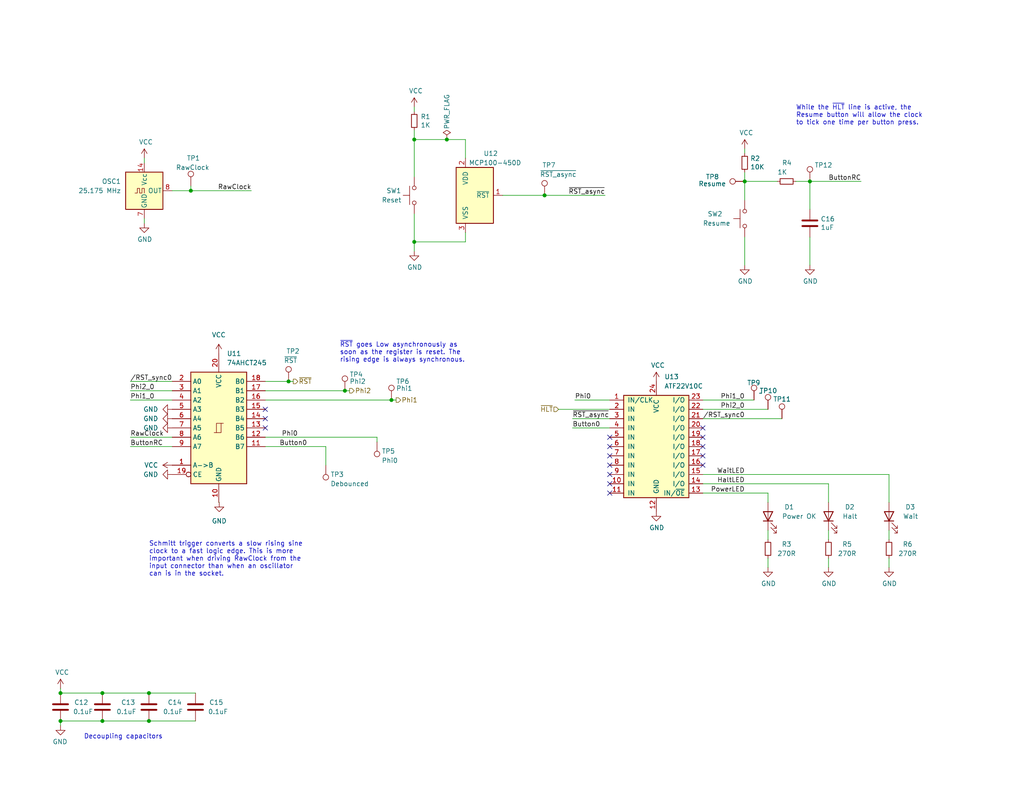
<source format=kicad_sch>
(kicad_sch (version 20250114) (generator "eeschema") (generator_version "9.0")
  (paper "USLetter")
  (title_block (title "Turtle16: Clock") (date "2023-11-27") (rev "A"))
  (lib_symbols
    (symbol "Connector:TestPoint" (pin_numbers (hide yes)) (pin_names (offset 0.762) (hide yes))
      (property "Reference" "TP" (at 0 6.858 0))
      (property "Value" "TestPoint" (at 0 5.08 0))
      (symbol "TestPoint_0_1"
        (circle (center 0 3.302) (radius 0.762))
      )
      (symbol "TestPoint_1_1"
        (pin passive line (at 0 0 90) (length 2.54) (name "1") (number "1"))
      )
    )
    (symbol "Device:C" (pin_numbers (hide yes)) (pin_names (offset 0.254))
      (property "Reference" "C" (at 0.635 2.54 0))
      (property "Value" "C" (at 0.635 -2.54 0))
      (symbol "C_0_1"
        (polyline (pts (xy -2.032 0.762) (xy 2.032 0.762)) (stroke (width 0.508)))
        (polyline (pts (xy -2.032 -0.762) (xy 2.032 -0.762)) (stroke (width 0.508)))
      )
      (symbol "C_1_1"
        (pin passive line (at 0 3.81 270) (length 2.794) (name "~") (number "1"))
        (pin passive line (at 0 -3.81 90) (length 2.794) (name "~") (number "2"))
      )
    )
    (symbol "Device:LED" (pin_numbers (hide yes)) (pin_names (offset 1.016) (hide yes))
      (property "Reference" "D" (at 0 2.54 0))
      (property "Value" "LED" (at 0 -2.54 0))
      (symbol "LED_0_1"
        (polyline (pts (xy -3.048 -0.762) (xy -4.572 -2.286) (xy -3.81 -2.286) (xy -4.572 -2.286) (xy -4.572 -1.524)))
        (polyline (pts (xy -1.778 -0.762) (xy -3.302 -2.286) (xy -2.54 -2.286) (xy -3.302 -2.286) (xy -3.302 -1.524)))
        (polyline (pts (xy -1.27 0) (xy 1.27 0)))
        (polyline (pts (xy -1.27 -1.27) (xy -1.27 1.27)) (stroke (width 0.254)))
        (polyline (pts (xy 1.27 -1.27) (xy 1.27 1.27) (xy -1.27 0) (xy 1.27 -1.27)) (stroke (width 0.254)))
      )
      (symbol "LED_1_1"
        (pin passive line (at -3.81 0 0) (length 2.54) (name "K") (number "1"))
        (pin passive line (at 3.81 0 180) (length 2.54) (name "A") (number "2"))
      )
    )
    (symbol "Device:R_Small" (pin_numbers (hide yes)) (pin_names (offset 0.254) (hide yes))
      (property "Reference" "R" (at 0.762 0.508 0))
      (property "Value" "R_Small" (at 0.762 -1.016 0))
      (symbol "R_Small_0_1"
        (rectangle (start -0.762 1.778) (end 0.762 -1.778) (stroke (width 0.2032)))
      )
      (symbol "R_Small_1_1"
        (pin passive line (at 0 2.54 270) (length 0.762) (name "~") (number "1"))
        (pin passive line (at 0 -2.54 90) (length 0.762) (name "~") (number "2"))
      )
    )
    (symbol "Oscillator:ACO-xxxMHz" (pin_names (offset 0.254))
      (property "Reference" "X" (at -5.08 6.35 0))
      (property "Value" "ACO-xxxMHz" (at 1.27 -6.35 0))
      (symbol "ACO-xxxMHz_0_1"
        (rectangle (start -5.08 5.08) (end 5.08 -5.08) (stroke (width 0.254)) (fill (type background)))
        (polyline (pts (xy -2.54 -0.635) (xy -1.905 -0.635) (xy -1.905 0.635) (xy -1.27 0.635) (xy -1.27 -0.635) (xy -0.635 -0.635) (xy -0.635 0.635) (xy 0 0.635) (xy 0 -0.635)))
      )
      (symbol "ACO-xxxMHz_1_1"
        (pin no_connect line (at -5.08 2.54 0) (length 2.54) (hide yes) (name "NC") (number "1"))
        (pin power_in line (at 0 7.62 270) (length 2.54) (name "Vcc") (number "14"))
        (pin power_in line (at 0 -7.62 90) (length 2.54) (name "GND") (number "7"))
        (pin output line (at 7.62 0 180) (length 2.54) (name "OUT") (number "8"))
      )
    )
    (symbol "Power_Supervisor:MCP100-450D" (pin_names (offset 1.016))
      (property "Reference" "U" (at 0 8.89 0))
      (property "Value" "MCP100-450D" (at -1.27 -8.89 0))
      (symbol "MCP100-450D_1_1"
        (rectangle (start -5.08 7.62) (end 5.08 -7.62) (stroke (width 0.254)) (fill (type background)))
        (pin power_in line (at -2.54 10.16 270) (length 2.54) (name "VDD") (number "2"))
        (pin power_in line (at -2.54 -10.16 90) (length 2.54) (name "VSS") (number "3"))
        (pin output line (at 7.62 0 180) (length 2.54) (name "~{RST}") (number "1"))
      )
    )
    (symbol "Switch:SW_Push" (pin_numbers (hide yes)) (pin_names (offset 1.016) (hide yes))
      (property "Reference" "SW" (at 1.27 2.54 0))
      (property "Value" "SW_Push" (at 0 -1.524 0))
      (symbol "SW_Push_0_1"
        (circle (center -2.032 0) (radius 0.508))
        (polyline (pts (xy 0 1.27) (xy 0 3.048)))
        (circle (center 2.032 0) (radius 0.508))
        (polyline (pts (xy 2.54 1.27) (xy -2.54 1.27)))
        (pin passive line (at -5.08 0 0) (length 2.54) (name "1") (number "1"))
        (pin passive line (at 5.08 0 180) (length 2.54) (name "2") (number "2"))
      )
    )
    (symbol "Turtle16:74AHCT245"
      (property "Reference" "U" (at 0 2.54 0))
      (property "Value" "74AHCT245" (at 0 2.54 0))
      (symbol "74AHCT245_1_0"
        (polyline (pts (xy -1.27 -1.27) (xy 0.635 -1.27) (xy 0.635 1.27) (xy 1.27 1.27)))
        (polyline (pts (xy -0.635 -1.27) (xy -0.635 1.27) (xy 0.635 1.27)))
        (pin tri_state line (at -12.7 12.7 0) (length 5.08) (name "A0") (number "2"))
        (pin tri_state line (at -12.7 10.16 0) (length 5.08) (name "A1") (number "3"))
        (pin tri_state line (at -12.7 7.62 0) (length 5.08) (name "A2") (number "4"))
        (pin tri_state line (at -12.7 5.08 0) (length 5.08) (name "A3") (number "5"))
        (pin tri_state line (at -12.7 2.54 0) (length 5.08) (name "A4") (number "6"))
        (pin tri_state line (at -12.7 0 0) (length 5.08) (name "A5") (number "7"))
        (pin tri_state line (at -12.7 -2.54 0) (length 5.08) (name "A6") (number "8"))
        (pin tri_state line (at -12.7 -5.08 0) (length 5.08) (name "A7") (number "9"))
        (pin input line (at -12.7 -10.16 0) (length 5.08) (name "A->B") (number "1"))
        (pin input inverted (at -12.7 -12.7 0) (length 5.08) (name "CE") (number "19"))
        (pin power_in line (at 0 20.32 270) (length 5.08) (name "VCC") (number "20"))
        (pin power_in line (at 0 -20.32 90) (length 5.08) (name "GND") (number "10"))
        (pin tri_state line (at 12.7 12.7 180) (length 5.08) (name "B0") (number "18"))
        (pin tri_state line (at 12.7 10.16 180) (length 5.08) (name "B1") (number "17"))
        (pin tri_state line (at 12.7 7.62 180) (length 5.08) (name "B2") (number "16"))
        (pin tri_state line (at 12.7 5.08 180) (length 5.08) (name "B3") (number "15"))
        (pin tri_state line (at 12.7 2.54 180) (length 5.08) (name "B4") (number "14"))
        (pin tri_state line (at 12.7 0 180) (length 5.08) (name "B5") (number "13"))
        (pin tri_state line (at 12.7 -2.54 180) (length 5.08) (name "B6") (number "12"))
        (pin tri_state line (at 12.7 -5.08 180) (length 5.08) (name "B7") (number "11"))
      )
      (symbol "74AHCT245_1_1"
        (rectangle (start -7.62 15.24) (end 7.62 -15.24) (stroke (width 0.254)) (fill (type background)))
      )
    )
    (symbol "Turtle16:ATF22V10C" (pin_names (offset 1.016))
      (symbol "ATF22V10C_1_1"
        (rectangle (start -8.89 -15.24) (end 8.89 12.7) (stroke (width 0.254)) (fill (type background)))
        (pin input line (at -12.7 11.43 0) (length 3.81) (name "IN/CLK") (number "1"))
        (pin input line (at -12.7 8.89 0) (length 3.81) (name "IN") (number "2"))
        (pin input line (at -12.7 6.35 0) (length 3.81) (name "IN") (number "3"))
        (pin input line (at -12.7 3.81 0) (length 3.81) (name "IN") (number "4"))
        (pin input line (at -12.7 1.27 0) (length 3.81) (name "IN") (number "5"))
        (pin input line (at -12.7 -1.27 0) (length 3.81) (name "IN") (number "6"))
        (pin input line (at -12.7 -3.81 0) (length 3.81) (name "IN") (number "7"))
        (pin input line (at -12.7 -6.35 0) (length 3.81) (name "IN") (number "8"))
        (pin input line (at -12.7 -8.89 0) (length 3.81) (name "IN") (number "9"))
        (pin input line (at -12.7 -11.43 0) (length 3.81) (name "IN") (number "10"))
        (pin input line (at -12.7 -13.97 0) (length 3.81) (name "IN") (number "11"))
        (pin power_in line (at 0 16.51 270) (length 3.81) (name "VCC") (number "24"))
        (pin power_in line (at 0 -19.05 90) (length 3.81) (name "GND") (number "12"))
        (pin passive line (at 12.7 11.43 180) (length 3.81) (name "I/O") (number "23"))
        (pin passive line (at 12.7 8.89 180) (length 3.81) (name "I/O") (number "22"))
        (pin passive line (at 12.7 6.35 180) (length 3.81) (name "I/O") (number "21"))
        (pin passive line (at 12.7 3.81 180) (length 3.81) (name "I/O") (number "20"))
        (pin passive line (at 12.7 1.27 180) (length 3.81) (name "I/O") (number "19"))
        (pin passive line (at 12.7 -1.27 180) (length 3.81) (name "I/O") (number "18"))
        (pin passive line (at 12.7 -3.81 180) (length 3.81) (name "I/O") (number "17"))
        (pin passive line (at 12.7 -6.35 180) (length 3.81) (name "I/O") (number "16"))
        (pin passive line (at 12.7 -8.89 180) (length 3.81) (name "I/O") (number "15"))
        (pin passive line (at 12.7 -11.43 180) (length 3.81) (name "I/O") (number "14"))
        (pin input line (at 12.7 -13.97 180) (length 3.81) (name "IN/~{OE}") (number "13"))
      )
    )
    (symbol "power:GND" (power) (pin_names (offset 0))
      (property "Value" "GND" (at 0 -3.81 0))
      (symbol "GND_0_1"
        (polyline (pts (xy 0 0) (xy 0 -1.27) (xy 1.27 -1.27) (xy 0 -2.54) (xy -1.27 -1.27) (xy 0 -1.27)))
      )
      (symbol "GND_1_1"
        (pin power_in line (at 0 0 270) (length 0) (hide yes) (name "GND") (number "1"))
      )
    )
    (symbol "power:PWR_FLAG" (power) (pin_numbers (hide yes)) (pin_names (offset 0) (hide yes))
      (property "Value" "PWR_FLAG" (at 0 3.81 0))
      (symbol "PWR_FLAG_0_0"
        (pin power_out line (at 0 0 90) (length 0) (name "pwr") (number "1"))
      )
      (symbol "PWR_FLAG_0_1"
        (polyline (pts (xy 0 0) (xy 0 1.27) (xy -1.016 1.905) (xy 0 2.54) (xy 1.016 1.905) (xy 0 1.27)))
      )
    )
    (symbol "power:VCC" (power) (pin_names (offset 0))
      (property "Value" "VCC" (at 0 3.81 0))
      (symbol "VCC_0_1"
        (polyline (pts (xy -0.762 1.27) (xy 0 2.54)))
        (polyline (pts (xy 0 2.54) (xy 0.762 1.27)))
        (polyline (pts (xy 0 0) (xy 0 2.54)))
      )
      (symbol "VCC_1_1"
        (pin power_in line (at 0 0 90) (length 0) (hide yes) (name "VCC") (number "1"))
      )
    )
  )
  (text "~{RST} goes Low asynchronously as\nsoon as the register is reset. The\nrising edge is always synchronous." (at 92.71 99.06 0) (effects (font (size 1.27 1.27)) (justify left bottom)))
  (text "Schmitt trigger converts a slow rising sine\nclock to a fast logic edge. This is more\nimportant when driving RawClock from the\ninput connector than when an oscillator\ncan is in the socket." (at 40.64 157.48 0) (effects (font (size 1.27 1.27)) (justify left bottom)))
  (text "While the ~{HLT} line is active, the\nResume button will allow the clock\nto tick one time per button press." (at 217.17 34.29 0) (effects (font (size 1.27 1.27)) (justify left bottom)))
  (text "Decoupling capacitors" (at 22.86 201.93 0) (effects (font (size 1.27 1.27)) (justify left bottom)))
  (junction (at 148.59 53.34))
  (junction (at 106.807 109.22))
  (junction (at 16.51 189.23))
  (junction (at 121.92 38.1))
  (junction (at 220.98 49.53))
  (junction (at 52.07 52.07))
  (junction (at 203.2 49.53))
  (junction (at 27.94 196.85))
  (junction (at 27.94 189.23))
  (junction (at 40.64 196.85))
  (junction (at 16.51 196.85))
  (junction (at 94.107 106.68))
  (junction (at 78.74 104.14))
  (junction (at 113.03 66.04))
  (junction (at 113.03 38.1))
  (junction (at 40.64 189.23))
  (no_connect (at 166.37 119.38))
  (no_connect (at 166.37 132.08))
  (no_connect (at 166.37 127))
  (no_connect (at 72.39 114.3))
  (no_connect (at 166.37 121.92))
  (no_connect (at 191.77 116.84))
  (no_connect (at 166.37 134.62))
  (no_connect (at 191.77 119.38))
  (no_connect (at 191.77 124.46))
  (no_connect (at 72.39 116.84))
  (no_connect (at 191.77 121.92))
  (no_connect (at 166.37 124.46))
  (no_connect (at 191.77 127))
  (no_connect (at 166.37 129.54))
  (no_connect (at 72.39 111.76))
  (wire (pts (xy 209.55 134.62) (xy 209.55 137.16)))
  (wire (pts (xy 166.37 116.84) (xy 156.21 116.84)))
  (wire (pts (xy 156.21 114.3) (xy 166.37 114.3)))
  (wire (pts (xy 209.55 144.78) (xy 209.55 147.32)))
  (wire (pts (xy 127 63.5) (xy 127 66.04)))
  (wire (pts (xy 242.57 129.54) (xy 242.57 137.16)))
  (wire (pts (xy 106.807 109.22) (xy 108.077 109.22)))
  (wire (pts (xy 166.37 111.76) (xy 152.4 111.76)))
  (wire (pts (xy 46.99 52.07) (xy 52.07 52.07)))
  (wire (pts (xy 121.92 38.1) (xy 127 38.1)))
  (wire (pts (xy 113.03 38.1) (xy 121.92 38.1)))
  (wire (pts (xy 72.39 119.38) (xy 102.87 119.38)))
  (wire (pts (xy 137.16 53.34) (xy 148.59 53.34)))
  (wire (pts (xy 113.03 66.04) (xy 127 66.04)))
  (wire (pts (xy 72.39 109.22) (xy 106.807 109.22)))
  (wire (pts (xy 88.9 127) (xy 88.9 121.92)))
  (wire (pts (xy 209.55 152.4) (xy 209.55 154.94)))
  (wire (pts (xy 203.2 64.77) (xy 203.2 72.39)))
  (wire (pts (xy 102.87 120.65) (xy 102.87 119.38)))
  (wire (pts (xy 217.17 49.53) (xy 220.98 49.53)))
  (wire (pts (xy 220.98 49.53) (xy 234.95 49.53)))
  (wire (pts (xy 127 38.1) (xy 127 43.18)))
  (wire (pts (xy 35.56 109.22) (xy 46.99 109.22)))
  (wire (pts (xy 242.57 152.4) (xy 242.57 154.94)))
  (wire (pts (xy 52.07 52.07) (xy 68.58 52.07)))
  (wire (pts (xy 191.77 132.08) (xy 226.06 132.08)))
  (wire (pts (xy 191.77 114.3) (xy 213.36 114.3)))
  (wire (pts (xy 191.77 109.22) (xy 205.74 109.22)))
  (wire (pts (xy 78.74 104.14) (xy 80.01 104.14)))
  (wire (pts (xy 148.59 53.34) (xy 165.1 53.34)))
  (wire (pts (xy 40.64 189.23) (xy 27.94 189.23)))
  (wire (pts (xy 156.845 109.22) (xy 166.37 109.22)))
  (wire (pts (xy 39.37 59.69) (xy 39.37 60.96)))
  (wire (pts (xy 94.107 106.68) (xy 95.377 106.68)))
  (wire (pts (xy 16.51 196.85) (xy 16.51 198.12)))
  (wire (pts (xy 113.03 58.42) (xy 113.03 66.04)))
  (wire (pts (xy 226.06 152.4) (xy 226.06 154.94)))
  (wire (pts (xy 226.06 132.08) (xy 226.06 137.16)))
  (wire (pts (xy 226.06 144.78) (xy 226.06 147.32)))
  (wire (pts (xy 27.94 189.23) (xy 16.51 189.23)))
  (wire (pts (xy 46.99 119.38) (xy 35.56 119.38)))
  (wire (pts (xy 203.2 46.99) (xy 203.2 49.53)))
  (wire (pts (xy 16.51 189.23) (xy 16.51 187.96)))
  (wire (pts (xy 191.77 134.62) (xy 209.55 134.62)))
  (wire (pts (xy 113.03 35.56) (xy 113.03 38.1)))
  (wire (pts (xy 59.69 137.16) (xy 59.817 137.16)))
  (wire (pts (xy 72.39 121.92) (xy 88.9 121.92)))
  (wire (pts (xy 35.56 104.14) (xy 46.99 104.14)))
  (wire (pts (xy 220.98 64.77) (xy 220.98 72.39)))
  (wire (pts (xy 52.07 50.8) (xy 52.07 52.07)))
  (wire (pts (xy 40.64 189.23) (xy 53.34 189.23)))
  (wire (pts (xy 191.77 129.54) (xy 242.57 129.54)))
  (wire (pts (xy 113.03 38.1) (xy 113.03 48.26)))
  (wire (pts (xy 72.39 104.14) (xy 78.74 104.14)))
  (wire (pts (xy 220.98 57.15) (xy 220.98 49.53)))
  (wire (pts (xy 40.64 196.85) (xy 53.34 196.85)))
  (wire (pts (xy 113.03 66.04) (xy 113.03 68.58)))
  (wire (pts (xy 27.94 196.85) (xy 40.64 196.85)))
  (wire (pts (xy 113.03 29.21) (xy 113.03 30.48)))
  (wire (pts (xy 191.77 111.76) (xy 209.55 111.76)))
  (wire (pts (xy 72.39 106.68) (xy 94.107 106.68)))
  (wire (pts (xy 46.99 121.92) (xy 35.56 121.92)))
  (wire (pts (xy 212.09 49.53) (xy 203.2 49.53)))
  (wire (pts (xy 35.56 106.68) (xy 46.99 106.68)))
  (wire (pts (xy 203.2 49.53) (xy 203.2 54.61)))
  (wire (pts (xy 16.51 196.85) (xy 27.94 196.85)))
  (wire (pts (xy 203.2 40.64) (xy 203.2 41.91)))
  (wire (pts (xy 242.57 144.78) (xy 242.57 147.32)))
  (wire (pts (xy 39.37 43.18) (xy 39.37 44.45)))
  (label "{slash}RST_sync0" (at 35.56 104.14 0))
  (label "Phi1_0" (at 35.56 109.22 0))
  (label "~{RST_async}" (at 156.21 114.3 0))
  (label "Phi2_0" (at 35.56 106.68 0))
  (label "RawClock" (at 35.56 119.38 0))
  (label "~{RST_async}" (at 165.1 53.34 180))
  (label "Button0" (at 83.82 121.92 180))
  (label "WaitLED" (at 203.2 129.54 180))
  (label "{slash}RST_sync0" (at 203.2 114.3 180))
  (label "PowerLED" (at 203.2 134.62 180))
  (label "Button0" (at 156.21 116.84 0))
  (label "Phi0" (at 156.845 109.22 0))
  (label "Phi1_0" (at 203.2 109.22 180))
  (label "Phi2_0" (at 203.2 111.76 180))
  (label "Phi0" (at 81.28 119.38 180))
  (label "ButtonRC" (at 234.95 49.53 180))
  (label "ButtonRC" (at 35.56 121.92 0))
  (label "HaltLED" (at 203.2 132.08 180))
  (label "RawClock" (at 68.58 52.07 180))
  (hierarchical_label "Phi1" (shape output) (at 108.077 109.22 0))
  (hierarchical_label "~{RST}" (shape output) (at 80.01 104.14 0))
  (hierarchical_label "~{HLT}" (shape input) (at 152.4 111.76 180))
  (hierarchical_label "Phi2" (shape output) (at 95.377 106.68 0))
  (symbol (lib_id "power:GND") (at 209.55 154.94 0) (unit 1)
    (property "Reference" "#PWR063" (effects (hide yes)))
    (property "Value" "GND" (at 209.677 159.3342 0))
  )
  (symbol (lib_id "Connector:TestPoint") (at 203.2 49.53 90) (unit 1) (in_bom no)
    (property "Reference" "TP8" (at 196.215 48.26 90) (effects (justify left)))
    (property "Value" "Resume" (at 198.12 50.165 90) (effects (justify left)))
    (property "Footprint" "TestPoint:TestPoint_Pad_D1.0mm" (effects (hide yes)))
  )
  (symbol (lib_id "power:GND") (at 203.2 72.39 0) (unit 1)
    (property "Reference" "#PWR062" (effects (hide yes)))
    (property "Value" "GND" (at 203.327 76.7842 0))
  )
  (symbol (lib_id "Device:C") (at 27.94 193.04 0) (unit 1)
    (property "Reference" "C13" (at 33.02 191.77 0) (effects (justify left)))
    (property "Value" "0.1uF" (at 31.75 194.31 0) (effects (justify left)))
    (property "Footprint" "Capacitor_SMD:C_0603_1608Metric" (effects (hide yes)))
    (property "Datasheet" "https://www.mouser.com/datasheet/2/396/taiyo_yuden_12132018_mlcc11_hq_e-1510082.pdf" (effects (hide yes)))
    (property "Manufacturer" "Taiyo Yuden" (effects (hide yes)))
    (property "Manufacturer#" "EMK107B7104KAHT" (effects (hide yes)))
    (property "Mouser#" "963-EMK107B7104KAHT" (effects (hide yes)))
    (property "Digikey#" "587-6004-1-ND" (effects (hide yes)))
  )
  (symbol (lib_id "Device:LED") (at 242.57 140.97 90) (unit 1)
    (property "Reference" "D3" (at 247.015 138.43 90) (effects (justify right)))
    (property "Value" "Wait" (at 246.38 140.97 90) (effects (justify right)))
    (property "Footprint" "LED_SMD:LED_0805_2012Metric" (effects (hide yes)))
    (property "Datasheet" "https://www.mouser.com/datasheet/2/216/ap2012serieskb-1173158.pdf" (effects (hide yes)))
    (property "Manufacturer" "Kingbright" (effects (hide yes)))
    (property "Manufacturer#" "AP2012ID" (effects (hide yes)))
    (property "Mouser#" "604-AP2012ID" (effects (hide yes)))
    (property "Digikey#" "754-AP2012ECCT-ND" (effects (hide yes)))
  )
  (symbol (lib_id "Oscillator:ACO-xxxMHz") (at 39.37 52.07 0) (unit 1)
    (property "Reference" "OSC1" (at 33.02 49.53 0) (effects (justify right)))
    (property "Value" "25.175 MHz" (at 33.02 52.07 0) (effects (justify right)))
    (property "Footprint" "Oscillator:Oscillator_DIP-14" (effects (hide yes)))
    (property "Datasheet" "https://www.mouser.com/datasheet/2/35/14005-oscillator-socket-1225747.pdf" (effects (hide yes)))
    (property "Manufacturer" "Aries Electronics" (effects (hide yes)))
    (property "Manufacturer#" "1107741" (effects (hide yes)))
    (property "Mouser#" "535-1107741" (effects (hide yes)))
    (property "Digikey#" "A462-ND" (effects (hide yes)))
  )
  (symbol (lib_id "Device:R_Small") (at 242.57 149.86 0) (unit 1)
    (property "Reference" "R6" (at 247.65 148.59 0))
    (property "Value" "270R" (at 247.65 151.13 0))
    (property "Footprint" "Resistor_SMD:R_0603_1608Metric" (effects (hide yes)))
    (property "Datasheet" "https://www.mouser.com/datasheet/2/54/cr-1858361.pdf" (effects (hide yes)))
    (property "Manufacturer" "Bourns" (effects (hide yes)))
    (property "Manufacturer#" "CR0603-FX-2700ELF" (effects (hide yes)))
    (property "Mouser#" "652-CR0603FX-2700ELF" (effects (hide yes)))
    (property "Digikey#" "CR0603-FX-2700ELFCT-ND" (effects (hide yes)))
  )
  (symbol (lib_id "Device:LED") (at 226.06 140.97 90) (unit 1)
    (property "Reference" "D2" (at 230.505 138.43 90) (effects (justify right)))
    (property "Value" "Halt" (at 229.87 140.97 90) (effects (justify right)))
    (property "Footprint" "LED_SMD:LED_0805_2012Metric" (effects (hide yes)))
    (property "Datasheet" "https://www.mouser.com/datasheet/2/216/ap2012serieskb-1173158.pdf" (effects (hide yes)))
    (property "Manufacturer" "Kingbright" (effects (hide yes)))
    (property "Manufacturer#" "AP2012ID" (effects (hide yes)))
    (property "Mouser#" "604-AP2012ID" (effects (hide yes)))
    (property "Digikey#" "754-AP2012ECCT-ND" (effects (hide yes)))
  )
  (symbol (lib_id "Power_Supervisor:MCP100-450D") (at 129.54 53.34 0) (unit 1)
    (property "Reference" "U12" (at 135.89 41.91 0) (effects (justify right)))
    (property "Value" "MCP100-450D" (at 142.24 44.45 0) (effects (justify right)))
    (property "Footprint" "Package_TO_SOT_THT:TO-92" (effects (hide yes)))
    (property "Datasheet" "https://www.mouser.com/datasheet/2/268/11187f-68257.pdf" (effects (hide yes)))
    (property "Manufacturer" "Microchip Technology" (effects (hide yes)))
    (property "Manufacturer#" "MCP100-450DI/TO" (effects (hide yes)))
    (property "Mouser#" "579-MCP100-450DI/TO" (effects (hide yes)))
    (property "Digikey#" "MCP100-450DI/TO-ND" (effects (hide yes)))
  )
  (symbol (lib_id "Connector:TestPoint") (at 205.74 109.22 0) (unit 1) (in_bom no)
    (property "Reference" "TP9" (at 203.835 104.521 0) (effects (justify left)))
    (property "Value" "~" (at 207.01 107.315 0) (effects (justify left)))
    (property "Footprint" "TestPoint:TestPoint_Pad_D1.0mm" (effects (hide yes)))
  )
  (symbol (lib_id "Connector:TestPoint") (at 148.59 53.34 0) (unit 1) (in_bom no)
    (property "Reference" "TP7" (at 147.955 45.085 0) (effects (justify left)))
    (property "Value" "~{RST_async}" (at 147.32 47.625 0) (effects (justify left)))
    (property "Footprint" "TestPoint:TestPoint_Pad_D1.0mm" (effects (hide yes)))
  )
  (symbol (lib_id "Connector:TestPoint") (at 220.98 49.53 0) (unit 1) (in_bom no)
    (property "Reference" "TP12" (at 222.25 45.085 0) (effects (justify left)))
    (property "Value" "TP" (effects (hide yes)))
    (property "Footprint" "TestPoint:TestPoint_Pad_D1.0mm" (effects (hide yes)))
  )
  (symbol (lib_id "Device:LED") (at 209.55 140.97 90) (unit 1)
    (property "Reference" "D1" (at 213.995 138.43 90) (effects (justify right)))
    (property "Value" "Power OK" (at 213.36 140.97 90) (effects (justify right)))
    (property "Footprint" "LED_SMD:LED_0805_2012Metric" (effects (hide yes)))
    (property "Datasheet" "https://www.mouser.com/datasheet/2/216/ap2012serieskb-1173158.pdf" (effects (hide yes)))
    (property "Manufacturer" "Kingbright" (effects (hide yes)))
    (property "Manufacturer#" "AP2012ID" (effects (hide yes)))
    (property "Mouser#" "604-AP2012ID" (effects (hide yes)))
    (property "Digikey#" "754-AP2012ECCT-ND" (effects (hide yes)))
  )
  (symbol (lib_id "Device:C") (at 53.34 193.04 0) (mirror y) (unit 1)
    (property "Reference" "C15" (at 60.96 191.77 0) (effects (justify left)))
    (property "Value" "0.1uF" (at 62.23 194.31 0) (effects (justify left)))
    (property "Footprint" "Capacitor_SMD:C_0603_1608Metric" (effects (hide yes)))
    (property "Datasheet" "https://www.mouser.com/datasheet/2/396/taiyo_yuden_12132018_mlcc11_hq_e-1510082.pdf" (effects (hide yes)))
    (property "Manufacturer" "Taiyo Yuden" (effects (hide yes)))
    (property "Manufacturer#" "EMK107B7104KAHT" (effects (hide yes)))
    (property "Mouser#" "963-EMK107B7104KAHT" (effects (hide yes)))
    (property "Digikey#" "587-6004-1-ND" (effects (hide yes)))
  )
  (symbol (lib_id "power:VCC") (at 59.69 96.52 0) (unit 1)
    (property "Reference" "#PWR055" (effects (hide yes)))
    (property "Value" "VCC" (at 59.69 91.44 0))
  )
  (symbol (lib_id "Device:C") (at 16.51 193.04 0) (mirror y) (unit 1)
    (property "Reference" "C12" (at 24.13 191.77 0) (effects (justify left)))
    (property "Value" "0.1uF" (at 25.4 194.31 0) (effects (justify left)))
    (property "Footprint" "Capacitor_SMD:C_0603_1608Metric" (effects (hide yes)))
    (property "Datasheet" "https://www.mouser.com/datasheet/2/396/taiyo_yuden_12132018_mlcc11_hq_e-1510082.pdf" (effects (hide yes)))
    (property "Manufacturer" "Taiyo Yuden" (effects (hide yes)))
    (property "Manufacturer#" "EMK107B7104KAHT" (effects (hide yes)))
    (property "Mouser#" "963-EMK107B7104KAHT" (effects (hide yes)))
    (property "Digikey#" "587-6004-1-ND" (effects (hide yes)))
  )
  (symbol (lib_id "power:VCC") (at 46.99 127 90) (unit 1)
    (property "Reference" "#PWR053" (effects (hide yes)))
    (property "Value" "VCC" (at 43.18 127 90) (effects (justify left)))
  )
  (symbol (lib_id "Device:R_Small") (at 214.63 49.53 270) (unit 1)
    (property "Reference" "R4" (at 213.36 44.45 90) (effects (justify left)))
    (property "Value" "1K" (at 212.09 46.99 90) (effects (justify left)))
    (property "Footprint" "Resistor_SMD:R_0603_1608Metric" (effects (hide yes)))
    (property "Datasheet" "https://www.mouser.com/datasheet/2/54/cr-1858361.pdf" (effects (hide yes)))
    (property "Manufacturer" "Bourns" (effects (hide yes)))
    (property "Manufacturer#" "CR0603-FX-1001ELF" (effects (hide yes)))
    (property "Mouser#" "652-CR0603FX-1001ELF" (effects (hide yes)))
    (property "Digikey#" "CR0603-FX-1001ELFCT-ND" (effects (hide yes)))
  )
  (symbol (lib_id "power:GND") (at 220.98 72.39 0) (unit 1)
    (property "Reference" "#PWR064" (effects (hide yes)))
    (property "Value" "GND" (at 221.107 76.7842 0))
  )
  (symbol (lib_id "Connector:TestPoint") (at 106.807 109.22 0) (unit 1) (in_bom no)
    (property "Reference" "TP6" (at 108.077 104.14 0) (effects (justify left)))
    (property "Value" "Phi1" (at 108.077 106.045 0) (effects (justify left)))
    (property "Footprint" "TestPoint:TestPoint_Pad_D1.0mm" (effects (hide yes)))
  )
  (symbol (lib_id "Connector:TestPoint") (at 88.9 127 0) (mirror x) (unit 1) (in_bom no)
    (property "Reference" "TP3" (at 90.17 129.54 0) (effects (justify left)))
    (property "Value" "Debounced" (at 90.17 132.08 0) (effects (justify left)))
    (property "Footprint" "TestPoint:TestPoint_Pad_D1.0mm" (effects (hide yes)))
  )
  (symbol (lib_id "power:GND") (at 113.03 68.58 0) (unit 1)
    (property "Reference" "#PWR058" (effects (hide yes)))
    (property "Value" "GND" (at 113.157 72.9742 0))
  )
  (symbol (lib_id "Device:C") (at 40.64 193.04 0) (unit 1)
    (property "Reference" "C14" (at 45.72 191.77 0) (effects (justify left)))
    (property "Value" "0.1uF" (at 44.45 194.31 0) (effects (justify left)))
    (property "Footprint" "Capacitor_SMD:C_0603_1608Metric" (effects (hide yes)))
    (property "Datasheet" "https://www.mouser.com/datasheet/2/396/taiyo_yuden_12132018_mlcc11_hq_e-1510082.pdf" (effects (hide yes)))
    (property "Manufacturer" "Taiyo Yuden" (effects (hide yes)))
    (property "Manufacturer#" "EMK107B7104KAHT" (effects (hide yes)))
    (property "Mouser#" "963-EMK107B7104KAHT" (effects (hide yes)))
    (property "Digikey#" "587-6004-1-ND" (effects (hide yes)))
  )
  (symbol (lib_id "Device:R_Small") (at 203.2 44.45 0) (unit 1)
    (property "Reference" "R2" (at 204.6986 43.2816 0) (effects (justify left)))
    (property "Value" "10K" (at 204.6986 45.593 0) (effects (justify left)))
    (property "Footprint" "Resistor_SMD:R_0603_1608Metric" (effects (hide yes)))
    (property "Datasheet" "https://www.mouser.com/datasheet/2/54/cr-1858361.pdf" (effects (hide yes)))
    (property "Manufacturer" "Bourns" (effects (hide yes)))
    (property "Manufacturer#" "CR0603-FX-1002ELF" (effects (hide yes)))
    (property "Mouser#" "652-CR0603FX-1002ELF" (effects (hide yes)))
    (property "Digikey#" "CR0603-FX-1002ELFCT-N" (effects (hide yes)))
  )
  (symbol (lib_id "power:VCC") (at 113.03 29.21 0) (unit 1)
    (property "Reference" "#PWR057" (effects (hide yes)))
    (property "Value" "VCC" (at 113.4618 24.8158 0))
  )
  (symbol (lib_id "Switch:SW_Push") (at 113.03 53.34 90) (unit 1)
    (property "Reference" "SW1" (at 105.41 52.07 90) (effects (justify right)))
    (property "Value" "Reset" (at 104.14 54.61 90) (effects (justify right)))
    (property "Footprint" "Button_Switch_THT:SW_PUSH_6mm_H5mm" (effects (hide yes)))
  )
  (symbol (lib_id "power:GND") (at 179.07 139.7 0) (unit 1)
    (property "Reference" "#PWR060" (effects (hide yes)))
    (property "Value" "GND" (at 179.197 144.0942 0))
  )
  (symbol (lib_id "power:PWR_FLAG") (at 121.92 38.1 0) (unit 1)
    (property "Reference" "#FLG03" (effects (hide yes)))
    (property "Value" "PWR_FLAG" (at 121.92 30.48 90))
  )
  (symbol (lib_id "power:GND") (at 226.06 154.94 0) (unit 1)
    (property "Reference" "#PWR065" (effects (hide yes)))
    (property "Value" "GND" (at 226.187 159.3342 0))
  )
  (symbol (lib_id "Switch:SW_Push") (at 203.2 59.69 90) (unit 1)
    (property "Reference" "SW2" (at 193.04 58.42 90) (effects (justify right)))
    (property "Value" "Resume" (at 191.77 60.96 90) (effects (justify right)))
    (property "Footprint" "Button_Switch_THT:SW_PUSH_6mm_H5mm" (effects (hide yes)))
  )
  (symbol (lib_id "power:GND") (at 46.99 114.3 270) (unit 1)
    (property "Reference" "#PWR051" (effects (hide yes)))
    (property "Value" "GND" (at 43.18 114.3 90) (effects (justify right)))
  )
  (symbol (lib_id "Device:C") (at 220.98 60.96 0) (unit 1)
    (property "Reference" "C16" (at 223.901 59.7916 0) (effects (justify left)))
    (property "Value" "1uF" (at 223.901 62.103 0) (effects (justify left)))
    (property "Footprint" "Capacitor_SMD:C_0603_1608Metric" (effects (hide yes)))
    (property "Datasheet" "https://www.mouser.com/datasheet/2/54/cr-1858361.pdf" (effects (hide yes)))
    (property "Manufacturer" "Bourns" (effects (hide yes)))
    (property "Manufacturer#" "CR0603-FX-2700ELF" (effects (hide yes)))
    (property "Mouser#" "652-CR0603FX-2700ELF" (effects (hide yes)))
    (property "Digikey#" "CR0603-FX-2700ELFCT-ND" (effects (hide yes)))
  )
  (symbol (lib_id "Connector:TestPoint") (at 102.87 120.65 0) (mirror x) (unit 1) (in_bom no)
    (property "Reference" "TP5" (at 104.14 123.19 0) (effects (justify left)))
    (property "Value" "Phi0" (at 104.14 125.73 0) (effects (justify left)))
    (property "Footprint" "TestPoint:TestPoint_Pad_D1.0mm" (effects (hide yes)))
  )
  (symbol (lib_id "Connector:TestPoint") (at 78.74 104.14 0) (unit 1) (in_bom no)
    (property "Reference" "TP2" (at 78.105 95.885 0) (effects (justify left)))
    (property "Value" "~{RST}" (at 77.47 98.425 0) (effects (justify left)))
    (property "Footprint" "TestPoint:TestPoint_Pad_D1.0mm" (effects (hide yes)))
  )
  (symbol (lib_id "Turtle16:ATF22V10C") (at 179.07 120.65 0) (unit 1)
    (property "Reference" "U13" (at 181.2641 102.87 0) (effects (justify left)))
    (property "Value" "ATF22V10C" (at 181.2641 105.41 0) (effects (justify left)))
    (property "Footprint" "Package_DIP:DIP-24_W7.62mm_Socket" (effects (hide yes)))
    (property "Datasheet" "https://www.mouser.com/datasheet/2/268/doc0735-1369018.pdf" (effects (hide yes)))
    (property "Manufacturer" "Microchip Technology" (effects (hide yes)))
    (property "Manufacturer#" "ATF22V10C-7PX" (effects (hide yes)))
    (property "Mouser#" "556-AF22V10C7PX" (effects (hide yes)))
    (property "Digikey#" "ATF22V10C-7PX-ND" (effects (hide yes)))
  )
  (symbol (lib_id "Device:R_Small") (at 209.55 149.86 0) (unit 1)
    (property "Reference" "R3" (at 214.63 148.59 0))
    (property "Value" "270R" (at 214.63 151.13 0))
    (property "Footprint" "Resistor_SMD:R_0603_1608Metric" (effects (hide yes)))
    (property "Datasheet" "https://www.mouser.com/datasheet/2/54/cr-1858361.pdf" (effects (hide yes)))
    (property "Manufacturer" "Bourns" (effects (hide yes)))
    (property "Manufacturer#" "CR0603-FX-2700ELF" (effects (hide yes)))
    (property "Mouser#" "652-CR0603FX-2700ELF" (effects (hide yes)))
    (property "Digikey#" "CR0603-FX-2700ELFCT-ND" (effects (hide yes)))
  )
  (symbol (lib_id "power:GND") (at 39.37 60.96 0) (unit 1)
    (property "Reference" "#PWR049" (effects (hide yes)))
    (property "Value" "GND" (at 39.497 65.3542 0))
  )
  (symbol (lib_id "power:VCC") (at 203.2 40.64 0) (unit 1)
    (property "Reference" "#PWR061" (effects (hide yes)))
    (property "Value" "VCC" (at 203.6318 36.2458 0))
  )
  (symbol (lib_id "power:GND") (at 46.99 111.76 270) (unit 1)
    (property "Reference" "#PWR050" (effects (hide yes)))
    (property "Value" "GND" (at 43.18 111.76 90) (effects (justify right)))
  )
  (symbol (lib_id "Device:R_Small") (at 113.03 33.02 0) (unit 1)
    (property "Reference" "R1" (at 114.7572 31.8516 0) (effects (justify left)))
    (property "Value" "1K" (at 114.7572 34.163 0) (effects (justify left)))
    (property "Footprint" "Resistor_SMD:R_0603_1608Metric" (effects (hide yes)))
    (property "Datasheet" "https://www.mouser.com/datasheet/2/54/cr-1858361.pdf" (effects (hide yes)))
    (property "Manufacturer" "Bourns" (effects (hide yes)))
    (property "Manufacturer#" "CR0603-FX-1002ELF" (effects (hide yes)))
    (property "Mouser#" "652-CR0603FX-1002ELF" (effects (hide yes)))
    (property "Digikey#" "CR0603-FX-1002ELFCT-ND" (effects (hide yes)))
  )
  (symbol (lib_id "Connector:TestPoint") (at 52.07 50.8 0) (mirror y) (unit 1) (in_bom no)
    (property "Reference" "TP1" (at 54.61 43.18 0) (effects (justify left)))
    (property "Value" "RawClock" (at 57.15 45.72 0) (effects (justify left)))
    (property "Footprint" "TestPoint:TestPoint_Pad_D1.0mm" (effects (hide yes)))
  )
  (symbol (lib_id "Connector:TestPoint") (at 94.107 106.68 0) (unit 1) (in_bom no)
    (property "Reference" "TP4" (at 95.377 102.235 0) (effects (justify left)))
    (property "Value" "Phi2" (at 95.377 104.14 0) (effects (justify left)))
    (property "Footprint" "TestPoint:TestPoint_Pad_D1.0mm" (effects (hide yes)))
  )
  (symbol (lib_id "power:GND") (at 46.99 129.54 270) (unit 1)
    (property "Reference" "#PWR054" (effects (hide yes)))
    (property "Value" "GND" (at 43.18 129.54 90) (effects (justify right)))
  )
  (symbol (lib_id "Connector:TestPoint") (at 213.36 114.3 0) (unit 1) (in_bom no)
    (property "Reference" "TP11" (at 210.947 108.966 0) (effects (justify left)))
    (property "Value" "TP" (effects (hide yes)))
    (property "Footprint" "TestPoint:TestPoint_Pad_D1.0mm" (effects (hide yes)))
  )
  (symbol (lib_id "power:GND") (at 16.51 198.12 0) (mirror y) (unit 1)
    (property "Reference" "#PWR047" (effects (hide yes)))
    (property "Value" "GND" (at 16.383 202.5142 0))
  )
  (symbol (lib_id "power:VCC") (at 16.51 187.96 0) (unit 1)
    (property "Reference" "#PWR046" (effects (hide yes)))
    (property "Value" "VCC" (at 16.9418 183.5658 0))
  )
  (symbol (lib_id "Device:R_Small") (at 226.06 149.86 0) (unit 1)
    (property "Reference" "R5" (at 231.14 148.59 0))
    (property "Value" "270R" (at 231.14 151.13 0))
    (property "Footprint" "Resistor_SMD:R_0603_1608Metric" (effects (hide yes)))
    (property "Datasheet" "https://www.mouser.com/datasheet/2/54/cr-1858361.pdf" (effects (hide yes)))
    (property "Manufacturer" "Bourns" (effects (hide yes)))
    (property "Manufacturer#" "CR0603-FX-2700ELF" (effects (hide yes)))
    (property "Mouser#" "652-CR0603FX-2700ELF" (effects (hide yes)))
    (property "Digikey#" "CR0603-FX-2700ELFCT-ND" (effects (hide yes)))
  )
  (symbol (lib_id "power:GND") (at 242.57 154.94 0) (unit 1)
    (property "Reference" "#PWR066" (effects (hide yes)))
    (property "Value" "GND" (at 242.697 159.3342 0))
  )
  (symbol (lib_id "power:GND") (at 46.99 116.84 270) (unit 1)
    (property "Reference" "#PWR052" (effects (hide yes)))
    (property "Value" "GND" (at 43.18 116.84 90) (effects (justify right)))
  )
  (symbol (lib_id "Connector:TestPoint") (at 209.55 111.76 0) (mirror y) (unit 1) (in_bom no)
    (property "Reference" "TP10" (at 212.09 106.68 0) (effects (justify left)))
    (property "Value" "TP" (effects (hide yes)))
    (property "Footprint" "TestPoint:TestPoint_Pad_D1.0mm" (effects (hide yes)))
  )
  (symbol (lib_id "power:VCC") (at 179.07 104.14 0) (unit 1)
    (property "Reference" "#PWR059" (effects (hide yes)))
    (property "Value" "VCC" (at 179.5018 99.7458 0))
  )
  (symbol (lib_id "power:VCC") (at 39.37 43.18 0) (unit 1)
    (property "Reference" "#PWR048" (effects (hide yes)))
    (property "Value" "VCC" (at 39.8018 38.7858 0))
  )
  (symbol (lib_id "Turtle16:74AHCT245") (at 59.69 116.84 0) (unit 1)
    (property "Reference" "U11" (at 61.8841 96.52 0) (effects (justify left)))
    (property "Value" "74AHCT245" (at 61.8841 99.06 0) (effects (justify left)))
    (property "Footprint" "Package_SO:TSSOP-20_4.4x6.5mm_P0.65mm" (effects (hide yes)))
    (property "Datasheet" "https://www.ti.com/general/docs/suppproductinfo.tsp?distId=26&gotoUrl=https://www.ti.com/lit/gpn/sn74ahct245" (effects (hide yes)))
    (property "Manufacturer" "Texas Instruments" (effects (hide yes)))
    (property "Manufacturer#" "SN74AHCT245PWR" (effects (hide yes)))
    (property "Mouser#" "595-SN74AHCT245PWR" (effects (hide yes)))
    (property "Digikey#" "296-1118-1-ND" (effects (hide yes)))
  )
  (symbol (lib_id "power:GND") (at 59.817 137.16 0) (unit 1)
    (property "Reference" "#PWR056" (effects (hide yes)))
    (property "Value" "GND" (at 59.817 142.24 0))
  )
)
</source>
